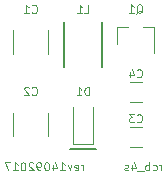
<source format=gbo>
G04 #@! TF.FileFunction,Legend,Bot*
%FSLAX46Y46*%
G04 Gerber Fmt 4.6, Leading zero omitted, Abs format (unit mm)*
G04 Created by KiCad (PCBNEW 4.0.4-stable) date 09/14/17 15:41:31*
%MOMM*%
%LPD*%
G01*
G04 APERTURE LIST*
%ADD10C,0.100000*%
%ADD11C,0.200000*%
%ADD12C,0.120000*%
%ADD13C,0.150000*%
G04 APERTURE END LIST*
D10*
D11*
X115760500Y-70294500D02*
X117919500Y-70294500D01*
D10*
X123469999Y-72071667D02*
X123469999Y-71605000D01*
X123469999Y-71738333D02*
X123436666Y-71671667D01*
X123403333Y-71638333D01*
X123336666Y-71605000D01*
X123269999Y-71605000D01*
X122736666Y-72038333D02*
X122803333Y-72071667D01*
X122936666Y-72071667D01*
X123003333Y-72038333D01*
X123036666Y-72005000D01*
X123070000Y-71938333D01*
X123070000Y-71738333D01*
X123036666Y-71671667D01*
X123003333Y-71638333D01*
X122936666Y-71605000D01*
X122803333Y-71605000D01*
X122736666Y-71638333D01*
X122436666Y-72071667D02*
X122436666Y-71371667D01*
X122436666Y-71638333D02*
X122370000Y-71605000D01*
X122236666Y-71605000D01*
X122170000Y-71638333D01*
X122136666Y-71671667D01*
X122103333Y-71738333D01*
X122103333Y-71938333D01*
X122136666Y-72005000D01*
X122170000Y-72038333D01*
X122236666Y-72071667D01*
X122370000Y-72071667D01*
X122436666Y-72038333D01*
X121970000Y-72138333D02*
X121436667Y-72138333D01*
X120970000Y-71605000D02*
X120970000Y-72071667D01*
X121136667Y-71338333D02*
X121303334Y-71838333D01*
X120870000Y-71838333D01*
X120636667Y-72038333D02*
X120570000Y-72071667D01*
X120436667Y-72071667D01*
X120370000Y-72038333D01*
X120336667Y-71971667D01*
X120336667Y-71938333D01*
X120370000Y-71871667D01*
X120436667Y-71838333D01*
X120536667Y-71838333D01*
X120603333Y-71805000D01*
X120636667Y-71738333D01*
X120636667Y-71705000D01*
X120603333Y-71638333D01*
X120536667Y-71605000D01*
X120436667Y-71605000D01*
X120370000Y-71638333D01*
X116821334Y-72071667D02*
X116821334Y-71605000D01*
X116821334Y-71738333D02*
X116788001Y-71671667D01*
X116754668Y-71638333D01*
X116688001Y-71605000D01*
X116621334Y-71605000D01*
X116121335Y-72038333D02*
X116188001Y-72071667D01*
X116321335Y-72071667D01*
X116388001Y-72038333D01*
X116421335Y-71971667D01*
X116421335Y-71705000D01*
X116388001Y-71638333D01*
X116321335Y-71605000D01*
X116188001Y-71605000D01*
X116121335Y-71638333D01*
X116088001Y-71705000D01*
X116088001Y-71771667D01*
X116421335Y-71838333D01*
X115854668Y-71605000D02*
X115688001Y-72071667D01*
X115521335Y-71605000D01*
X114888002Y-72071667D02*
X115288002Y-72071667D01*
X115088002Y-72071667D02*
X115088002Y-71371667D01*
X115154668Y-71471667D01*
X115221335Y-71538333D01*
X115288002Y-71571667D01*
X114288001Y-71605000D02*
X114288001Y-72071667D01*
X114454668Y-71338333D02*
X114621335Y-71838333D01*
X114188001Y-71838333D01*
X113788001Y-71371667D02*
X113721334Y-71371667D01*
X113654668Y-71405000D01*
X113621334Y-71438333D01*
X113588001Y-71505000D01*
X113554668Y-71638333D01*
X113554668Y-71805000D01*
X113588001Y-71938333D01*
X113621334Y-72005000D01*
X113654668Y-72038333D01*
X113721334Y-72071667D01*
X113788001Y-72071667D01*
X113854668Y-72038333D01*
X113888001Y-72005000D01*
X113921334Y-71938333D01*
X113954668Y-71805000D01*
X113954668Y-71638333D01*
X113921334Y-71505000D01*
X113888001Y-71438333D01*
X113854668Y-71405000D01*
X113788001Y-71371667D01*
X113221334Y-72071667D02*
X113088001Y-72071667D01*
X113021334Y-72038333D01*
X112988001Y-72005000D01*
X112921334Y-71905000D01*
X112888001Y-71771667D01*
X112888001Y-71505000D01*
X112921334Y-71438333D01*
X112954667Y-71405000D01*
X113021334Y-71371667D01*
X113154667Y-71371667D01*
X113221334Y-71405000D01*
X113254667Y-71438333D01*
X113288001Y-71505000D01*
X113288001Y-71671667D01*
X113254667Y-71738333D01*
X113221334Y-71771667D01*
X113154667Y-71805000D01*
X113021334Y-71805000D01*
X112954667Y-71771667D01*
X112921334Y-71738333D01*
X112888001Y-71671667D01*
X112621334Y-71438333D02*
X112588000Y-71405000D01*
X112521334Y-71371667D01*
X112354667Y-71371667D01*
X112288000Y-71405000D01*
X112254667Y-71438333D01*
X112221334Y-71505000D01*
X112221334Y-71571667D01*
X112254667Y-71671667D01*
X112654667Y-72071667D01*
X112221334Y-72071667D01*
X111788000Y-71371667D02*
X111721333Y-71371667D01*
X111654667Y-71405000D01*
X111621333Y-71438333D01*
X111588000Y-71505000D01*
X111554667Y-71638333D01*
X111554667Y-71805000D01*
X111588000Y-71938333D01*
X111621333Y-72005000D01*
X111654667Y-72038333D01*
X111721333Y-72071667D01*
X111788000Y-72071667D01*
X111854667Y-72038333D01*
X111888000Y-72005000D01*
X111921333Y-71938333D01*
X111954667Y-71805000D01*
X111954667Y-71638333D01*
X111921333Y-71505000D01*
X111888000Y-71438333D01*
X111854667Y-71405000D01*
X111788000Y-71371667D01*
X110888000Y-72071667D02*
X111288000Y-72071667D01*
X111088000Y-72071667D02*
X111088000Y-71371667D01*
X111154666Y-71471667D01*
X111221333Y-71538333D01*
X111288000Y-71571667D01*
X110654666Y-71371667D02*
X110187999Y-71371667D01*
X110487999Y-72071667D01*
D12*
X120785000Y-68365000D02*
X121785000Y-68365000D01*
X121785000Y-70065000D02*
X120785000Y-70065000D01*
X119705000Y-59930000D02*
X120635000Y-59930000D01*
X122865000Y-59930000D02*
X121935000Y-59930000D01*
X122865000Y-59930000D02*
X122865000Y-62090000D01*
X119705000Y-59930000D02*
X119705000Y-61390000D01*
X121785000Y-66255000D02*
X120785000Y-66255000D01*
X120785000Y-64555000D02*
X121785000Y-64555000D01*
X113875000Y-60190000D02*
X113875000Y-62190000D01*
X110915000Y-62190000D02*
X110915000Y-60190000D01*
X113875000Y-67175000D02*
X113875000Y-69175000D01*
X110915000Y-69175000D02*
X110915000Y-67175000D01*
D13*
X115240000Y-59520000D02*
X115240000Y-63330000D01*
X118440000Y-59520000D02*
X118440000Y-63330000D01*
D12*
X117690000Y-69845000D02*
X115990000Y-69845000D01*
X115990000Y-69845000D02*
X115990000Y-66695000D01*
X117690000Y-69845000D02*
X117690000Y-66695000D01*
D10*
X121401666Y-67941000D02*
X121435000Y-67974333D01*
X121535000Y-68007667D01*
X121601666Y-68007667D01*
X121701666Y-67974333D01*
X121768333Y-67907667D01*
X121801666Y-67841000D01*
X121835000Y-67707667D01*
X121835000Y-67607667D01*
X121801666Y-67474333D01*
X121768333Y-67407667D01*
X121701666Y-67341000D01*
X121601666Y-67307667D01*
X121535000Y-67307667D01*
X121435000Y-67341000D01*
X121401666Y-67374333D01*
X121168333Y-67307667D02*
X120735000Y-67307667D01*
X120968333Y-67574333D01*
X120868333Y-67574333D01*
X120801666Y-67607667D01*
X120768333Y-67641000D01*
X120735000Y-67707667D01*
X120735000Y-67874333D01*
X120768333Y-67941000D01*
X120801666Y-67974333D01*
X120868333Y-68007667D01*
X121068333Y-68007667D01*
X121135000Y-67974333D01*
X121168333Y-67941000D01*
X121351667Y-58787333D02*
X121418333Y-58754000D01*
X121485000Y-58687333D01*
X121585000Y-58587333D01*
X121651667Y-58554000D01*
X121718333Y-58554000D01*
X121685000Y-58720667D02*
X121751667Y-58687333D01*
X121818333Y-58620667D01*
X121851667Y-58487333D01*
X121851667Y-58254000D01*
X121818333Y-58120667D01*
X121751667Y-58054000D01*
X121685000Y-58020667D01*
X121551667Y-58020667D01*
X121485000Y-58054000D01*
X121418333Y-58120667D01*
X121385000Y-58254000D01*
X121385000Y-58487333D01*
X121418333Y-58620667D01*
X121485000Y-58687333D01*
X121551667Y-58720667D01*
X121685000Y-58720667D01*
X120718334Y-58720667D02*
X121118334Y-58720667D01*
X120918334Y-58720667D02*
X120918334Y-58020667D01*
X120985000Y-58120667D01*
X121051667Y-58187333D01*
X121118334Y-58220667D01*
X121401666Y-64131000D02*
X121435000Y-64164333D01*
X121535000Y-64197667D01*
X121601666Y-64197667D01*
X121701666Y-64164333D01*
X121768333Y-64097667D01*
X121801666Y-64031000D01*
X121835000Y-63897667D01*
X121835000Y-63797667D01*
X121801666Y-63664333D01*
X121768333Y-63597667D01*
X121701666Y-63531000D01*
X121601666Y-63497667D01*
X121535000Y-63497667D01*
X121435000Y-63531000D01*
X121401666Y-63564333D01*
X120801666Y-63731000D02*
X120801666Y-64197667D01*
X120968333Y-63464333D02*
X121135000Y-63964333D01*
X120701666Y-63964333D01*
X112511666Y-58670000D02*
X112545000Y-58703333D01*
X112645000Y-58736667D01*
X112711666Y-58736667D01*
X112811666Y-58703333D01*
X112878333Y-58636667D01*
X112911666Y-58570000D01*
X112945000Y-58436667D01*
X112945000Y-58336667D01*
X112911666Y-58203333D01*
X112878333Y-58136667D01*
X112811666Y-58070000D01*
X112711666Y-58036667D01*
X112645000Y-58036667D01*
X112545000Y-58070000D01*
X112511666Y-58103333D01*
X111845000Y-58736667D02*
X112245000Y-58736667D01*
X112045000Y-58736667D02*
X112045000Y-58036667D01*
X112111666Y-58136667D01*
X112178333Y-58203333D01*
X112245000Y-58236667D01*
X112511666Y-65631000D02*
X112545000Y-65664333D01*
X112645000Y-65697667D01*
X112711666Y-65697667D01*
X112811666Y-65664333D01*
X112878333Y-65597667D01*
X112911666Y-65531000D01*
X112945000Y-65397667D01*
X112945000Y-65297667D01*
X112911666Y-65164333D01*
X112878333Y-65097667D01*
X112811666Y-65031000D01*
X112711666Y-64997667D01*
X112645000Y-64997667D01*
X112545000Y-65031000D01*
X112511666Y-65064333D01*
X112245000Y-65064333D02*
X112211666Y-65031000D01*
X112145000Y-64997667D01*
X111978333Y-64997667D01*
X111911666Y-65031000D01*
X111878333Y-65064333D01*
X111845000Y-65131000D01*
X111845000Y-65197667D01*
X111878333Y-65297667D01*
X112278333Y-65697667D01*
X111845000Y-65697667D01*
X116956667Y-58736667D02*
X117290000Y-58736667D01*
X117290000Y-58036667D01*
X116356667Y-58736667D02*
X116756667Y-58736667D01*
X116556667Y-58736667D02*
X116556667Y-58036667D01*
X116623333Y-58136667D01*
X116690000Y-58203333D01*
X116756667Y-58236667D01*
X117356666Y-65721667D02*
X117356666Y-65021667D01*
X117190000Y-65021667D01*
X117090000Y-65055000D01*
X117023333Y-65121667D01*
X116990000Y-65188333D01*
X116956666Y-65321667D01*
X116956666Y-65421667D01*
X116990000Y-65555000D01*
X117023333Y-65621667D01*
X117090000Y-65688333D01*
X117190000Y-65721667D01*
X117356666Y-65721667D01*
X116290000Y-65721667D02*
X116690000Y-65721667D01*
X116490000Y-65721667D02*
X116490000Y-65021667D01*
X116556666Y-65121667D01*
X116623333Y-65188333D01*
X116690000Y-65221667D01*
M02*

</source>
